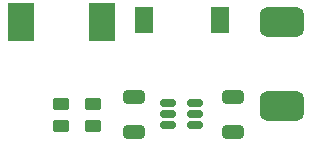
<source format=gbr>
%TF.GenerationSoftware,KiCad,Pcbnew,7.99.0-779-ga24a63e416*%
%TF.CreationDate,2023-06-04T17:09:06+04:00*%
%TF.ProjectId,mt36-08,6d743336-2d30-4382-9e6b-696361645f70,rev?*%
%TF.SameCoordinates,Original*%
%TF.FileFunction,Paste,Top*%
%TF.FilePolarity,Positive*%
%FSLAX46Y46*%
G04 Gerber Fmt 4.6, Leading zero omitted, Abs format (unit mm)*
G04 Created by KiCad (PCBNEW 7.99.0-779-ga24a63e416) date 2023-06-04 17:09:06*
%MOMM*%
%LPD*%
G01*
G04 APERTURE LIST*
G04 Aperture macros list*
%AMRoundRect*
0 Rectangle with rounded corners*
0 $1 Rounding radius*
0 $2 $3 $4 $5 $6 $7 $8 $9 X,Y pos of 4 corners*
0 Add a 4 corners polygon primitive as box body*
4,1,4,$2,$3,$4,$5,$6,$7,$8,$9,$2,$3,0*
0 Add four circle primitives for the rounded corners*
1,1,$1+$1,$2,$3*
1,1,$1+$1,$4,$5*
1,1,$1+$1,$6,$7*
1,1,$1+$1,$8,$9*
0 Add four rect primitives between the rounded corners*
20,1,$1+$1,$2,$3,$4,$5,0*
20,1,$1+$1,$4,$5,$6,$7,0*
20,1,$1+$1,$6,$7,$8,$9,0*
20,1,$1+$1,$8,$9,$2,$3,0*%
G04 Aperture macros list end*
%ADD10RoundRect,0.250000X-0.650000X0.325000X-0.650000X-0.325000X0.650000X-0.325000X0.650000X0.325000X0*%
%ADD11RoundRect,0.250000X0.450000X-0.262500X0.450000X0.262500X-0.450000X0.262500X-0.450000X-0.262500X0*%
%ADD12R,1.500000X2.200000*%
%ADD13RoundRect,0.625000X-1.270000X-0.625000X1.270000X-0.625000X1.270000X0.625000X-1.270000X0.625000X0*%
%ADD14RoundRect,0.150000X-0.512500X-0.150000X0.512500X-0.150000X0.512500X0.150000X-0.512500X0.150000X0*%
%ADD15RoundRect,0.250000X-0.450000X0.262500X-0.450000X-0.262500X0.450000X-0.262500X0.450000X0.262500X0*%
%ADD16R,2.250000X3.180000*%
G04 APERTURE END LIST*
D10*
%TO.C,C2*%
X99391000Y-84201000D03*
X99391000Y-87151000D03*
%TD*%
D11*
%TO.C,R2*%
X93218000Y-86661000D03*
X93218000Y-84836000D03*
%TD*%
D12*
%TO.C,L2*%
X100280000Y-77724000D03*
X106680000Y-77724000D03*
%TD*%
D13*
%TO.C,J3*%
X111964000Y-84963000D03*
%TD*%
D14*
%TO.C,U1*%
X102323000Y-84709000D03*
X102323000Y-85659000D03*
X102323000Y-86609000D03*
X104598000Y-86609000D03*
X104598000Y-85659000D03*
X104598000Y-84709000D03*
%TD*%
D15*
%TO.C,R1*%
X95962000Y-84836000D03*
X95962000Y-86661000D03*
%TD*%
D16*
%TO.C,D1*%
X96724000Y-77851000D03*
X89814000Y-77851000D03*
%TD*%
D10*
%TO.C,C1*%
X107773000Y-84201000D03*
X107773000Y-87151000D03*
%TD*%
D13*
%TO.C,J2*%
X111964000Y-77851000D03*
%TD*%
M02*

</source>
